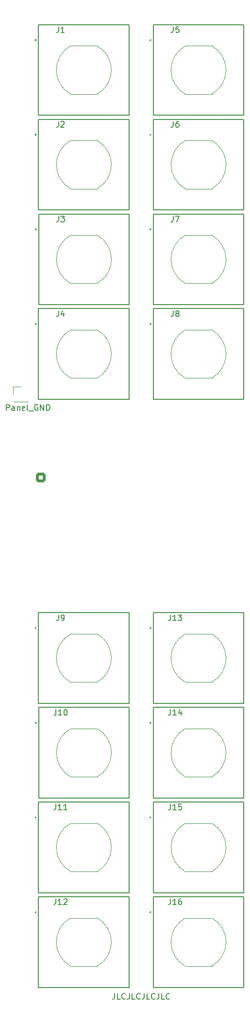
<source format=gto>
G04 #@! TF.GenerationSoftware,KiCad,Pcbnew,8.0.3*
G04 #@! TF.CreationDate,2024-06-29T17:49:17+02:00*
G04 #@! TF.ProjectId,DMH_Buffered_Mult_PCB,444d485f-4275-4666-9665-7265645f4d75,1*
G04 #@! TF.SameCoordinates,Original*
G04 #@! TF.FileFunction,Legend,Top*
G04 #@! TF.FilePolarity,Positive*
%FSLAX46Y46*%
G04 Gerber Fmt 4.6, Leading zero omitted, Abs format (unit mm)*
G04 Created by KiCad (PCBNEW 8.0.3) date 2024-06-29 17:49:17*
%MOMM*%
%LPD*%
G01*
G04 APERTURE LIST*
G04 Aperture macros list*
%AMRoundRect*
0 Rectangle with rounded corners*
0 $1 Rounding radius*
0 $2 $3 $4 $5 $6 $7 $8 $9 X,Y pos of 4 corners*
0 Add a 4 corners polygon primitive as box body*
4,1,4,$2,$3,$4,$5,$6,$7,$8,$9,$2,$3,0*
0 Add four circle primitives for the rounded corners*
1,1,$1+$1,$2,$3*
1,1,$1+$1,$4,$5*
1,1,$1+$1,$6,$7*
1,1,$1+$1,$8,$9*
0 Add four rect primitives between the rounded corners*
20,1,$1+$1,$2,$3,$4,$5,0*
20,1,$1+$1,$4,$5,$6,$7,0*
20,1,$1+$1,$6,$7,$8,$9,0*
20,1,$1+$1,$8,$9,$2,$3,0*%
%AMHorizOval*
0 Thick line with rounded ends*
0 $1 width*
0 $2 $3 position (X,Y) of the first rounded end (center of the circle)*
0 $4 $5 position (X,Y) of the second rounded end (center of the circle)*
0 Add line between two ends*
20,1,$1,$2,$3,$4,$5,0*
0 Add two circle primitives to create the rounded ends*
1,1,$1,$2,$3*
1,1,$1,$4,$5*%
G04 Aperture macros list end*
%ADD10C,0.150000*%
%ADD11C,0.127000*%
%ADD12C,0.100000*%
%ADD13C,0.200000*%
%ADD14C,0.120000*%
%ADD15HorizOval,1.712000X-0.533159X-0.533159X0.533159X0.533159X0*%
%ADD16O,1.712000X3.220000*%
%ADD17O,3.220000X1.712000*%
%ADD18R,1.700000X1.700000*%
%ADD19C,1.600000*%
%ADD20O,1.600000X1.600000*%
%ADD21RoundRect,0.250000X0.600000X0.600000X-0.600000X0.600000X-0.600000X-0.600000X0.600000X-0.600000X0*%
%ADD22C,1.700000*%
%ADD23R,1.600000X1.600000*%
%ADD24R,1.200000X1.200000*%
%ADD25C,1.200000*%
G04 APERTURE END LIST*
D10*
X45380951Y-209954819D02*
X45380951Y-210669104D01*
X45380951Y-210669104D02*
X45333332Y-210811961D01*
X45333332Y-210811961D02*
X45238094Y-210907200D01*
X45238094Y-210907200D02*
X45095237Y-210954819D01*
X45095237Y-210954819D02*
X44999999Y-210954819D01*
X46333332Y-210954819D02*
X45857142Y-210954819D01*
X45857142Y-210954819D02*
X45857142Y-209954819D01*
X47238094Y-210859580D02*
X47190475Y-210907200D01*
X47190475Y-210907200D02*
X47047618Y-210954819D01*
X47047618Y-210954819D02*
X46952380Y-210954819D01*
X46952380Y-210954819D02*
X46809523Y-210907200D01*
X46809523Y-210907200D02*
X46714285Y-210811961D01*
X46714285Y-210811961D02*
X46666666Y-210716723D01*
X46666666Y-210716723D02*
X46619047Y-210526247D01*
X46619047Y-210526247D02*
X46619047Y-210383390D01*
X46619047Y-210383390D02*
X46666666Y-210192914D01*
X46666666Y-210192914D02*
X46714285Y-210097676D01*
X46714285Y-210097676D02*
X46809523Y-210002438D01*
X46809523Y-210002438D02*
X46952380Y-209954819D01*
X46952380Y-209954819D02*
X47047618Y-209954819D01*
X47047618Y-209954819D02*
X47190475Y-210002438D01*
X47190475Y-210002438D02*
X47238094Y-210050057D01*
X47952380Y-209954819D02*
X47952380Y-210669104D01*
X47952380Y-210669104D02*
X47904761Y-210811961D01*
X47904761Y-210811961D02*
X47809523Y-210907200D01*
X47809523Y-210907200D02*
X47666666Y-210954819D01*
X47666666Y-210954819D02*
X47571428Y-210954819D01*
X48904761Y-210954819D02*
X48428571Y-210954819D01*
X48428571Y-210954819D02*
X48428571Y-209954819D01*
X49809523Y-210859580D02*
X49761904Y-210907200D01*
X49761904Y-210907200D02*
X49619047Y-210954819D01*
X49619047Y-210954819D02*
X49523809Y-210954819D01*
X49523809Y-210954819D02*
X49380952Y-210907200D01*
X49380952Y-210907200D02*
X49285714Y-210811961D01*
X49285714Y-210811961D02*
X49238095Y-210716723D01*
X49238095Y-210716723D02*
X49190476Y-210526247D01*
X49190476Y-210526247D02*
X49190476Y-210383390D01*
X49190476Y-210383390D02*
X49238095Y-210192914D01*
X49238095Y-210192914D02*
X49285714Y-210097676D01*
X49285714Y-210097676D02*
X49380952Y-210002438D01*
X49380952Y-210002438D02*
X49523809Y-209954819D01*
X49523809Y-209954819D02*
X49619047Y-209954819D01*
X49619047Y-209954819D02*
X49761904Y-210002438D01*
X49761904Y-210002438D02*
X49809523Y-210050057D01*
X50523809Y-209954819D02*
X50523809Y-210669104D01*
X50523809Y-210669104D02*
X50476190Y-210811961D01*
X50476190Y-210811961D02*
X50380952Y-210907200D01*
X50380952Y-210907200D02*
X50238095Y-210954819D01*
X50238095Y-210954819D02*
X50142857Y-210954819D01*
X51476190Y-210954819D02*
X51000000Y-210954819D01*
X51000000Y-210954819D02*
X51000000Y-209954819D01*
X52380952Y-210859580D02*
X52333333Y-210907200D01*
X52333333Y-210907200D02*
X52190476Y-210954819D01*
X52190476Y-210954819D02*
X52095238Y-210954819D01*
X52095238Y-210954819D02*
X51952381Y-210907200D01*
X51952381Y-210907200D02*
X51857143Y-210811961D01*
X51857143Y-210811961D02*
X51809524Y-210716723D01*
X51809524Y-210716723D02*
X51761905Y-210526247D01*
X51761905Y-210526247D02*
X51761905Y-210383390D01*
X51761905Y-210383390D02*
X51809524Y-210192914D01*
X51809524Y-210192914D02*
X51857143Y-210097676D01*
X51857143Y-210097676D02*
X51952381Y-210002438D01*
X51952381Y-210002438D02*
X52095238Y-209954819D01*
X52095238Y-209954819D02*
X52190476Y-209954819D01*
X52190476Y-209954819D02*
X52333333Y-210002438D01*
X52333333Y-210002438D02*
X52380952Y-210050057D01*
X53095238Y-209954819D02*
X53095238Y-210669104D01*
X53095238Y-210669104D02*
X53047619Y-210811961D01*
X53047619Y-210811961D02*
X52952381Y-210907200D01*
X52952381Y-210907200D02*
X52809524Y-210954819D01*
X52809524Y-210954819D02*
X52714286Y-210954819D01*
X54047619Y-210954819D02*
X53571429Y-210954819D01*
X53571429Y-210954819D02*
X53571429Y-209954819D01*
X54952381Y-210859580D02*
X54904762Y-210907200D01*
X54904762Y-210907200D02*
X54761905Y-210954819D01*
X54761905Y-210954819D02*
X54666667Y-210954819D01*
X54666667Y-210954819D02*
X54523810Y-210907200D01*
X54523810Y-210907200D02*
X54428572Y-210811961D01*
X54428572Y-210811961D02*
X54380953Y-210716723D01*
X54380953Y-210716723D02*
X54333334Y-210526247D01*
X54333334Y-210526247D02*
X54333334Y-210383390D01*
X54333334Y-210383390D02*
X54380953Y-210192914D01*
X54380953Y-210192914D02*
X54428572Y-210097676D01*
X54428572Y-210097676D02*
X54523810Y-210002438D01*
X54523810Y-210002438D02*
X54666667Y-209954819D01*
X54666667Y-209954819D02*
X54761905Y-209954819D01*
X54761905Y-209954819D02*
X54904762Y-210002438D01*
X54904762Y-210002438D02*
X54952381Y-210050057D01*
X35115476Y-176954819D02*
X35115476Y-177669104D01*
X35115476Y-177669104D02*
X35067857Y-177811961D01*
X35067857Y-177811961D02*
X34972619Y-177907200D01*
X34972619Y-177907200D02*
X34829762Y-177954819D01*
X34829762Y-177954819D02*
X34734524Y-177954819D01*
X36115476Y-177954819D02*
X35544048Y-177954819D01*
X35829762Y-177954819D02*
X35829762Y-176954819D01*
X35829762Y-176954819D02*
X35734524Y-177097676D01*
X35734524Y-177097676D02*
X35639286Y-177192914D01*
X35639286Y-177192914D02*
X35544048Y-177240533D01*
X37067857Y-177954819D02*
X36496429Y-177954819D01*
X36782143Y-177954819D02*
X36782143Y-176954819D01*
X36782143Y-176954819D02*
X36686905Y-177097676D01*
X36686905Y-177097676D02*
X36591667Y-177192914D01*
X36591667Y-177192914D02*
X36496429Y-177240533D01*
X55115476Y-160454819D02*
X55115476Y-161169104D01*
X55115476Y-161169104D02*
X55067857Y-161311961D01*
X55067857Y-161311961D02*
X54972619Y-161407200D01*
X54972619Y-161407200D02*
X54829762Y-161454819D01*
X54829762Y-161454819D02*
X54734524Y-161454819D01*
X56115476Y-161454819D02*
X55544048Y-161454819D01*
X55829762Y-161454819D02*
X55829762Y-160454819D01*
X55829762Y-160454819D02*
X55734524Y-160597676D01*
X55734524Y-160597676D02*
X55639286Y-160692914D01*
X55639286Y-160692914D02*
X55544048Y-160740533D01*
X56972619Y-160788152D02*
X56972619Y-161454819D01*
X56734524Y-160407200D02*
X56496429Y-161121485D01*
X56496429Y-161121485D02*
X57115476Y-161121485D01*
X55591666Y-74454819D02*
X55591666Y-75169104D01*
X55591666Y-75169104D02*
X55544047Y-75311961D01*
X55544047Y-75311961D02*
X55448809Y-75407200D01*
X55448809Y-75407200D02*
X55305952Y-75454819D01*
X55305952Y-75454819D02*
X55210714Y-75454819D01*
X55972619Y-74454819D02*
X56639285Y-74454819D01*
X56639285Y-74454819D02*
X56210714Y-75454819D01*
X55591666Y-90954819D02*
X55591666Y-91669104D01*
X55591666Y-91669104D02*
X55544047Y-91811961D01*
X55544047Y-91811961D02*
X55448809Y-91907200D01*
X55448809Y-91907200D02*
X55305952Y-91954819D01*
X55305952Y-91954819D02*
X55210714Y-91954819D01*
X56210714Y-91383390D02*
X56115476Y-91335771D01*
X56115476Y-91335771D02*
X56067857Y-91288152D01*
X56067857Y-91288152D02*
X56020238Y-91192914D01*
X56020238Y-91192914D02*
X56020238Y-91145295D01*
X56020238Y-91145295D02*
X56067857Y-91050057D01*
X56067857Y-91050057D02*
X56115476Y-91002438D01*
X56115476Y-91002438D02*
X56210714Y-90954819D01*
X56210714Y-90954819D02*
X56401190Y-90954819D01*
X56401190Y-90954819D02*
X56496428Y-91002438D01*
X56496428Y-91002438D02*
X56544047Y-91050057D01*
X56544047Y-91050057D02*
X56591666Y-91145295D01*
X56591666Y-91145295D02*
X56591666Y-91192914D01*
X56591666Y-91192914D02*
X56544047Y-91288152D01*
X56544047Y-91288152D02*
X56496428Y-91335771D01*
X56496428Y-91335771D02*
X56401190Y-91383390D01*
X56401190Y-91383390D02*
X56210714Y-91383390D01*
X56210714Y-91383390D02*
X56115476Y-91431009D01*
X56115476Y-91431009D02*
X56067857Y-91478628D01*
X56067857Y-91478628D02*
X56020238Y-91573866D01*
X56020238Y-91573866D02*
X56020238Y-91764342D01*
X56020238Y-91764342D02*
X56067857Y-91859580D01*
X56067857Y-91859580D02*
X56115476Y-91907200D01*
X56115476Y-91907200D02*
X56210714Y-91954819D01*
X56210714Y-91954819D02*
X56401190Y-91954819D01*
X56401190Y-91954819D02*
X56496428Y-91907200D01*
X56496428Y-91907200D02*
X56544047Y-91859580D01*
X56544047Y-91859580D02*
X56591666Y-91764342D01*
X56591666Y-91764342D02*
X56591666Y-91573866D01*
X56591666Y-91573866D02*
X56544047Y-91478628D01*
X56544047Y-91478628D02*
X56496428Y-91431009D01*
X56496428Y-91431009D02*
X56401190Y-91383390D01*
X55115476Y-176954819D02*
X55115476Y-177669104D01*
X55115476Y-177669104D02*
X55067857Y-177811961D01*
X55067857Y-177811961D02*
X54972619Y-177907200D01*
X54972619Y-177907200D02*
X54829762Y-177954819D01*
X54829762Y-177954819D02*
X54734524Y-177954819D01*
X56115476Y-177954819D02*
X55544048Y-177954819D01*
X55829762Y-177954819D02*
X55829762Y-176954819D01*
X55829762Y-176954819D02*
X55734524Y-177097676D01*
X55734524Y-177097676D02*
X55639286Y-177192914D01*
X55639286Y-177192914D02*
X55544048Y-177240533D01*
X57020238Y-176954819D02*
X56544048Y-176954819D01*
X56544048Y-176954819D02*
X56496429Y-177431009D01*
X56496429Y-177431009D02*
X56544048Y-177383390D01*
X56544048Y-177383390D02*
X56639286Y-177335771D01*
X56639286Y-177335771D02*
X56877381Y-177335771D01*
X56877381Y-177335771D02*
X56972619Y-177383390D01*
X56972619Y-177383390D02*
X57020238Y-177431009D01*
X57020238Y-177431009D02*
X57067857Y-177526247D01*
X57067857Y-177526247D02*
X57067857Y-177764342D01*
X57067857Y-177764342D02*
X57020238Y-177859580D01*
X57020238Y-177859580D02*
X56972619Y-177907200D01*
X56972619Y-177907200D02*
X56877381Y-177954819D01*
X56877381Y-177954819D02*
X56639286Y-177954819D01*
X56639286Y-177954819D02*
X56544048Y-177907200D01*
X56544048Y-177907200D02*
X56496429Y-177859580D01*
X55591666Y-41454819D02*
X55591666Y-42169104D01*
X55591666Y-42169104D02*
X55544047Y-42311961D01*
X55544047Y-42311961D02*
X55448809Y-42407200D01*
X55448809Y-42407200D02*
X55305952Y-42454819D01*
X55305952Y-42454819D02*
X55210714Y-42454819D01*
X56544047Y-41454819D02*
X56067857Y-41454819D01*
X56067857Y-41454819D02*
X56020238Y-41931009D01*
X56020238Y-41931009D02*
X56067857Y-41883390D01*
X56067857Y-41883390D02*
X56163095Y-41835771D01*
X56163095Y-41835771D02*
X56401190Y-41835771D01*
X56401190Y-41835771D02*
X56496428Y-41883390D01*
X56496428Y-41883390D02*
X56544047Y-41931009D01*
X56544047Y-41931009D02*
X56591666Y-42026247D01*
X56591666Y-42026247D02*
X56591666Y-42264342D01*
X56591666Y-42264342D02*
X56544047Y-42359580D01*
X56544047Y-42359580D02*
X56496428Y-42407200D01*
X56496428Y-42407200D02*
X56401190Y-42454819D01*
X56401190Y-42454819D02*
X56163095Y-42454819D01*
X56163095Y-42454819D02*
X56067857Y-42407200D01*
X56067857Y-42407200D02*
X56020238Y-42359580D01*
X55591666Y-57954819D02*
X55591666Y-58669104D01*
X55591666Y-58669104D02*
X55544047Y-58811961D01*
X55544047Y-58811961D02*
X55448809Y-58907200D01*
X55448809Y-58907200D02*
X55305952Y-58954819D01*
X55305952Y-58954819D02*
X55210714Y-58954819D01*
X56496428Y-57954819D02*
X56305952Y-57954819D01*
X56305952Y-57954819D02*
X56210714Y-58002438D01*
X56210714Y-58002438D02*
X56163095Y-58050057D01*
X56163095Y-58050057D02*
X56067857Y-58192914D01*
X56067857Y-58192914D02*
X56020238Y-58383390D01*
X56020238Y-58383390D02*
X56020238Y-58764342D01*
X56020238Y-58764342D02*
X56067857Y-58859580D01*
X56067857Y-58859580D02*
X56115476Y-58907200D01*
X56115476Y-58907200D02*
X56210714Y-58954819D01*
X56210714Y-58954819D02*
X56401190Y-58954819D01*
X56401190Y-58954819D02*
X56496428Y-58907200D01*
X56496428Y-58907200D02*
X56544047Y-58859580D01*
X56544047Y-58859580D02*
X56591666Y-58764342D01*
X56591666Y-58764342D02*
X56591666Y-58526247D01*
X56591666Y-58526247D02*
X56544047Y-58431009D01*
X56544047Y-58431009D02*
X56496428Y-58383390D01*
X56496428Y-58383390D02*
X56401190Y-58335771D01*
X56401190Y-58335771D02*
X56210714Y-58335771D01*
X56210714Y-58335771D02*
X56115476Y-58383390D01*
X56115476Y-58383390D02*
X56067857Y-58431009D01*
X56067857Y-58431009D02*
X56020238Y-58526247D01*
X35591666Y-57954819D02*
X35591666Y-58669104D01*
X35591666Y-58669104D02*
X35544047Y-58811961D01*
X35544047Y-58811961D02*
X35448809Y-58907200D01*
X35448809Y-58907200D02*
X35305952Y-58954819D01*
X35305952Y-58954819D02*
X35210714Y-58954819D01*
X36020238Y-58050057D02*
X36067857Y-58002438D01*
X36067857Y-58002438D02*
X36163095Y-57954819D01*
X36163095Y-57954819D02*
X36401190Y-57954819D01*
X36401190Y-57954819D02*
X36496428Y-58002438D01*
X36496428Y-58002438D02*
X36544047Y-58050057D01*
X36544047Y-58050057D02*
X36591666Y-58145295D01*
X36591666Y-58145295D02*
X36591666Y-58240533D01*
X36591666Y-58240533D02*
X36544047Y-58383390D01*
X36544047Y-58383390D02*
X35972619Y-58954819D01*
X35972619Y-58954819D02*
X36591666Y-58954819D01*
X35591666Y-90954819D02*
X35591666Y-91669104D01*
X35591666Y-91669104D02*
X35544047Y-91811961D01*
X35544047Y-91811961D02*
X35448809Y-91907200D01*
X35448809Y-91907200D02*
X35305952Y-91954819D01*
X35305952Y-91954819D02*
X35210714Y-91954819D01*
X36496428Y-91288152D02*
X36496428Y-91954819D01*
X36258333Y-90907200D02*
X36020238Y-91621485D01*
X36020238Y-91621485D02*
X36639285Y-91621485D01*
X35604166Y-74454819D02*
X35604166Y-75169104D01*
X35604166Y-75169104D02*
X35556547Y-75311961D01*
X35556547Y-75311961D02*
X35461309Y-75407200D01*
X35461309Y-75407200D02*
X35318452Y-75454819D01*
X35318452Y-75454819D02*
X35223214Y-75454819D01*
X35985119Y-74454819D02*
X36604166Y-74454819D01*
X36604166Y-74454819D02*
X36270833Y-74835771D01*
X36270833Y-74835771D02*
X36413690Y-74835771D01*
X36413690Y-74835771D02*
X36508928Y-74883390D01*
X36508928Y-74883390D02*
X36556547Y-74931009D01*
X36556547Y-74931009D02*
X36604166Y-75026247D01*
X36604166Y-75026247D02*
X36604166Y-75264342D01*
X36604166Y-75264342D02*
X36556547Y-75359580D01*
X36556547Y-75359580D02*
X36508928Y-75407200D01*
X36508928Y-75407200D02*
X36413690Y-75454819D01*
X36413690Y-75454819D02*
X36127976Y-75454819D01*
X36127976Y-75454819D02*
X36032738Y-75407200D01*
X36032738Y-75407200D02*
X35985119Y-75359580D01*
X55115476Y-143954819D02*
X55115476Y-144669104D01*
X55115476Y-144669104D02*
X55067857Y-144811961D01*
X55067857Y-144811961D02*
X54972619Y-144907200D01*
X54972619Y-144907200D02*
X54829762Y-144954819D01*
X54829762Y-144954819D02*
X54734524Y-144954819D01*
X56115476Y-144954819D02*
X55544048Y-144954819D01*
X55829762Y-144954819D02*
X55829762Y-143954819D01*
X55829762Y-143954819D02*
X55734524Y-144097676D01*
X55734524Y-144097676D02*
X55639286Y-144192914D01*
X55639286Y-144192914D02*
X55544048Y-144240533D01*
X56448810Y-143954819D02*
X57067857Y-143954819D01*
X57067857Y-143954819D02*
X56734524Y-144335771D01*
X56734524Y-144335771D02*
X56877381Y-144335771D01*
X56877381Y-144335771D02*
X56972619Y-144383390D01*
X56972619Y-144383390D02*
X57020238Y-144431009D01*
X57020238Y-144431009D02*
X57067857Y-144526247D01*
X57067857Y-144526247D02*
X57067857Y-144764342D01*
X57067857Y-144764342D02*
X57020238Y-144859580D01*
X57020238Y-144859580D02*
X56972619Y-144907200D01*
X56972619Y-144907200D02*
X56877381Y-144954819D01*
X56877381Y-144954819D02*
X56591667Y-144954819D01*
X56591667Y-144954819D02*
X56496429Y-144907200D01*
X56496429Y-144907200D02*
X56448810Y-144859580D01*
X26488095Y-108307645D02*
X26488095Y-107307645D01*
X26488095Y-107307645D02*
X26869047Y-107307645D01*
X26869047Y-107307645D02*
X26964285Y-107355264D01*
X26964285Y-107355264D02*
X27011904Y-107402883D01*
X27011904Y-107402883D02*
X27059523Y-107498121D01*
X27059523Y-107498121D02*
X27059523Y-107640978D01*
X27059523Y-107640978D02*
X27011904Y-107736216D01*
X27011904Y-107736216D02*
X26964285Y-107783835D01*
X26964285Y-107783835D02*
X26869047Y-107831454D01*
X26869047Y-107831454D02*
X26488095Y-107831454D01*
X27916666Y-108307645D02*
X27916666Y-107783835D01*
X27916666Y-107783835D02*
X27869047Y-107688597D01*
X27869047Y-107688597D02*
X27773809Y-107640978D01*
X27773809Y-107640978D02*
X27583333Y-107640978D01*
X27583333Y-107640978D02*
X27488095Y-107688597D01*
X27916666Y-108260026D02*
X27821428Y-108307645D01*
X27821428Y-108307645D02*
X27583333Y-108307645D01*
X27583333Y-108307645D02*
X27488095Y-108260026D01*
X27488095Y-108260026D02*
X27440476Y-108164787D01*
X27440476Y-108164787D02*
X27440476Y-108069549D01*
X27440476Y-108069549D02*
X27488095Y-107974311D01*
X27488095Y-107974311D02*
X27583333Y-107926692D01*
X27583333Y-107926692D02*
X27821428Y-107926692D01*
X27821428Y-107926692D02*
X27916666Y-107879073D01*
X28392857Y-107640978D02*
X28392857Y-108307645D01*
X28392857Y-107736216D02*
X28440476Y-107688597D01*
X28440476Y-107688597D02*
X28535714Y-107640978D01*
X28535714Y-107640978D02*
X28678571Y-107640978D01*
X28678571Y-107640978D02*
X28773809Y-107688597D01*
X28773809Y-107688597D02*
X28821428Y-107783835D01*
X28821428Y-107783835D02*
X28821428Y-108307645D01*
X29678571Y-108260026D02*
X29583333Y-108307645D01*
X29583333Y-108307645D02*
X29392857Y-108307645D01*
X29392857Y-108307645D02*
X29297619Y-108260026D01*
X29297619Y-108260026D02*
X29250000Y-108164787D01*
X29250000Y-108164787D02*
X29250000Y-107783835D01*
X29250000Y-107783835D02*
X29297619Y-107688597D01*
X29297619Y-107688597D02*
X29392857Y-107640978D01*
X29392857Y-107640978D02*
X29583333Y-107640978D01*
X29583333Y-107640978D02*
X29678571Y-107688597D01*
X29678571Y-107688597D02*
X29726190Y-107783835D01*
X29726190Y-107783835D02*
X29726190Y-107879073D01*
X29726190Y-107879073D02*
X29250000Y-107974311D01*
X30297619Y-108307645D02*
X30202381Y-108260026D01*
X30202381Y-108260026D02*
X30154762Y-108164787D01*
X30154762Y-108164787D02*
X30154762Y-107307645D01*
X30440477Y-108402883D02*
X31202381Y-108402883D01*
X31964286Y-107355264D02*
X31869048Y-107307645D01*
X31869048Y-107307645D02*
X31726191Y-107307645D01*
X31726191Y-107307645D02*
X31583334Y-107355264D01*
X31583334Y-107355264D02*
X31488096Y-107450502D01*
X31488096Y-107450502D02*
X31440477Y-107545740D01*
X31440477Y-107545740D02*
X31392858Y-107736216D01*
X31392858Y-107736216D02*
X31392858Y-107879073D01*
X31392858Y-107879073D02*
X31440477Y-108069549D01*
X31440477Y-108069549D02*
X31488096Y-108164787D01*
X31488096Y-108164787D02*
X31583334Y-108260026D01*
X31583334Y-108260026D02*
X31726191Y-108307645D01*
X31726191Y-108307645D02*
X31821429Y-108307645D01*
X31821429Y-108307645D02*
X31964286Y-108260026D01*
X31964286Y-108260026D02*
X32011905Y-108212406D01*
X32011905Y-108212406D02*
X32011905Y-107879073D01*
X32011905Y-107879073D02*
X31821429Y-107879073D01*
X32440477Y-108307645D02*
X32440477Y-107307645D01*
X32440477Y-107307645D02*
X33011905Y-108307645D01*
X33011905Y-108307645D02*
X33011905Y-107307645D01*
X33488096Y-108307645D02*
X33488096Y-107307645D01*
X33488096Y-107307645D02*
X33726191Y-107307645D01*
X33726191Y-107307645D02*
X33869048Y-107355264D01*
X33869048Y-107355264D02*
X33964286Y-107450502D01*
X33964286Y-107450502D02*
X34011905Y-107545740D01*
X34011905Y-107545740D02*
X34059524Y-107736216D01*
X34059524Y-107736216D02*
X34059524Y-107879073D01*
X34059524Y-107879073D02*
X34011905Y-108069549D01*
X34011905Y-108069549D02*
X33964286Y-108164787D01*
X33964286Y-108164787D02*
X33869048Y-108260026D01*
X33869048Y-108260026D02*
X33726191Y-108307645D01*
X33726191Y-108307645D02*
X33488096Y-108307645D01*
X55115476Y-193454819D02*
X55115476Y-194169104D01*
X55115476Y-194169104D02*
X55067857Y-194311961D01*
X55067857Y-194311961D02*
X54972619Y-194407200D01*
X54972619Y-194407200D02*
X54829762Y-194454819D01*
X54829762Y-194454819D02*
X54734524Y-194454819D01*
X56115476Y-194454819D02*
X55544048Y-194454819D01*
X55829762Y-194454819D02*
X55829762Y-193454819D01*
X55829762Y-193454819D02*
X55734524Y-193597676D01*
X55734524Y-193597676D02*
X55639286Y-193692914D01*
X55639286Y-193692914D02*
X55544048Y-193740533D01*
X56972619Y-193454819D02*
X56782143Y-193454819D01*
X56782143Y-193454819D02*
X56686905Y-193502438D01*
X56686905Y-193502438D02*
X56639286Y-193550057D01*
X56639286Y-193550057D02*
X56544048Y-193692914D01*
X56544048Y-193692914D02*
X56496429Y-193883390D01*
X56496429Y-193883390D02*
X56496429Y-194264342D01*
X56496429Y-194264342D02*
X56544048Y-194359580D01*
X56544048Y-194359580D02*
X56591667Y-194407200D01*
X56591667Y-194407200D02*
X56686905Y-194454819D01*
X56686905Y-194454819D02*
X56877381Y-194454819D01*
X56877381Y-194454819D02*
X56972619Y-194407200D01*
X56972619Y-194407200D02*
X57020238Y-194359580D01*
X57020238Y-194359580D02*
X57067857Y-194264342D01*
X57067857Y-194264342D02*
X57067857Y-194026247D01*
X57067857Y-194026247D02*
X57020238Y-193931009D01*
X57020238Y-193931009D02*
X56972619Y-193883390D01*
X56972619Y-193883390D02*
X56877381Y-193835771D01*
X56877381Y-193835771D02*
X56686905Y-193835771D01*
X56686905Y-193835771D02*
X56591667Y-193883390D01*
X56591667Y-193883390D02*
X56544048Y-193931009D01*
X56544048Y-193931009D02*
X56496429Y-194026247D01*
X35127976Y-160454819D02*
X35127976Y-161169104D01*
X35127976Y-161169104D02*
X35080357Y-161311961D01*
X35080357Y-161311961D02*
X34985119Y-161407200D01*
X34985119Y-161407200D02*
X34842262Y-161454819D01*
X34842262Y-161454819D02*
X34747024Y-161454819D01*
X36127976Y-161454819D02*
X35556548Y-161454819D01*
X35842262Y-161454819D02*
X35842262Y-160454819D01*
X35842262Y-160454819D02*
X35747024Y-160597676D01*
X35747024Y-160597676D02*
X35651786Y-160692914D01*
X35651786Y-160692914D02*
X35556548Y-160740533D01*
X36747024Y-160454819D02*
X36842262Y-160454819D01*
X36842262Y-160454819D02*
X36937500Y-160502438D01*
X36937500Y-160502438D02*
X36985119Y-160550057D01*
X36985119Y-160550057D02*
X37032738Y-160645295D01*
X37032738Y-160645295D02*
X37080357Y-160835771D01*
X37080357Y-160835771D02*
X37080357Y-161073866D01*
X37080357Y-161073866D02*
X37032738Y-161264342D01*
X37032738Y-161264342D02*
X36985119Y-161359580D01*
X36985119Y-161359580D02*
X36937500Y-161407200D01*
X36937500Y-161407200D02*
X36842262Y-161454819D01*
X36842262Y-161454819D02*
X36747024Y-161454819D01*
X36747024Y-161454819D02*
X36651786Y-161407200D01*
X36651786Y-161407200D02*
X36604167Y-161359580D01*
X36604167Y-161359580D02*
X36556548Y-161264342D01*
X36556548Y-161264342D02*
X36508929Y-161073866D01*
X36508929Y-161073866D02*
X36508929Y-160835771D01*
X36508929Y-160835771D02*
X36556548Y-160645295D01*
X36556548Y-160645295D02*
X36604167Y-160550057D01*
X36604167Y-160550057D02*
X36651786Y-160502438D01*
X36651786Y-160502438D02*
X36747024Y-160454819D01*
X35591666Y-143954819D02*
X35591666Y-144669104D01*
X35591666Y-144669104D02*
X35544047Y-144811961D01*
X35544047Y-144811961D02*
X35448809Y-144907200D01*
X35448809Y-144907200D02*
X35305952Y-144954819D01*
X35305952Y-144954819D02*
X35210714Y-144954819D01*
X36115476Y-144954819D02*
X36305952Y-144954819D01*
X36305952Y-144954819D02*
X36401190Y-144907200D01*
X36401190Y-144907200D02*
X36448809Y-144859580D01*
X36448809Y-144859580D02*
X36544047Y-144716723D01*
X36544047Y-144716723D02*
X36591666Y-144526247D01*
X36591666Y-144526247D02*
X36591666Y-144145295D01*
X36591666Y-144145295D02*
X36544047Y-144050057D01*
X36544047Y-144050057D02*
X36496428Y-144002438D01*
X36496428Y-144002438D02*
X36401190Y-143954819D01*
X36401190Y-143954819D02*
X36210714Y-143954819D01*
X36210714Y-143954819D02*
X36115476Y-144002438D01*
X36115476Y-144002438D02*
X36067857Y-144050057D01*
X36067857Y-144050057D02*
X36020238Y-144145295D01*
X36020238Y-144145295D02*
X36020238Y-144383390D01*
X36020238Y-144383390D02*
X36067857Y-144478628D01*
X36067857Y-144478628D02*
X36115476Y-144526247D01*
X36115476Y-144526247D02*
X36210714Y-144573866D01*
X36210714Y-144573866D02*
X36401190Y-144573866D01*
X36401190Y-144573866D02*
X36496428Y-144526247D01*
X36496428Y-144526247D02*
X36544047Y-144478628D01*
X36544047Y-144478628D02*
X36591666Y-144383390D01*
X35115476Y-193454819D02*
X35115476Y-194169104D01*
X35115476Y-194169104D02*
X35067857Y-194311961D01*
X35067857Y-194311961D02*
X34972619Y-194407200D01*
X34972619Y-194407200D02*
X34829762Y-194454819D01*
X34829762Y-194454819D02*
X34734524Y-194454819D01*
X36115476Y-194454819D02*
X35544048Y-194454819D01*
X35829762Y-194454819D02*
X35829762Y-193454819D01*
X35829762Y-193454819D02*
X35734524Y-193597676D01*
X35734524Y-193597676D02*
X35639286Y-193692914D01*
X35639286Y-193692914D02*
X35544048Y-193740533D01*
X36496429Y-193550057D02*
X36544048Y-193502438D01*
X36544048Y-193502438D02*
X36639286Y-193454819D01*
X36639286Y-193454819D02*
X36877381Y-193454819D01*
X36877381Y-193454819D02*
X36972619Y-193502438D01*
X36972619Y-193502438D02*
X37020238Y-193550057D01*
X37020238Y-193550057D02*
X37067857Y-193645295D01*
X37067857Y-193645295D02*
X37067857Y-193740533D01*
X37067857Y-193740533D02*
X37020238Y-193883390D01*
X37020238Y-193883390D02*
X36448810Y-194454819D01*
X36448810Y-194454819D02*
X37067857Y-194454819D01*
X35591666Y-41454819D02*
X35591666Y-42169104D01*
X35591666Y-42169104D02*
X35544047Y-42311961D01*
X35544047Y-42311961D02*
X35448809Y-42407200D01*
X35448809Y-42407200D02*
X35305952Y-42454819D01*
X35305952Y-42454819D02*
X35210714Y-42454819D01*
X36591666Y-42454819D02*
X36020238Y-42454819D01*
X36305952Y-42454819D02*
X36305952Y-41454819D01*
X36305952Y-41454819D02*
X36210714Y-41597676D01*
X36210714Y-41597676D02*
X36115476Y-41692914D01*
X36115476Y-41692914D02*
X36020238Y-41740533D01*
D11*
X32100000Y-176600000D02*
X32100000Y-192400000D01*
X32100000Y-176600000D02*
X47900000Y-176600000D01*
D12*
X40000000Y-180300000D02*
X37650000Y-180300000D01*
X40000000Y-180300000D02*
X42350000Y-180300000D01*
X40000000Y-188700000D02*
X37650000Y-188700000D01*
X40000000Y-188700000D02*
X42350000Y-188700000D01*
D11*
X47900000Y-176600000D02*
X47900000Y-192400000D01*
X47900000Y-192400000D02*
X32100000Y-192400000D01*
D12*
X35200000Y-184500000D02*
G75*
G02*
X37656222Y-180311121I4800000J0D01*
G01*
X37656222Y-188688879D02*
G75*
G02*
X35200000Y-184500000I2343778J4188879D01*
G01*
X42343778Y-180311121D02*
G75*
G02*
X44800000Y-184500000I-2343781J-4188881D01*
G01*
X44800000Y-184500000D02*
G75*
G02*
X42343778Y-188688879I-4800003J2D01*
G01*
D13*
X31700000Y-179300000D02*
G75*
G02*
X31500000Y-179300000I-100000J0D01*
G01*
X31500000Y-179300000D02*
G75*
G02*
X31700000Y-179300000I100000J0D01*
G01*
D11*
X52100000Y-160100000D02*
X52100000Y-175900000D01*
X52100000Y-160100000D02*
X67900000Y-160100000D01*
D12*
X60000000Y-163800000D02*
X57650000Y-163800000D01*
X60000000Y-163800000D02*
X62350000Y-163800000D01*
X60000000Y-172200000D02*
X57650000Y-172200000D01*
X60000000Y-172200000D02*
X62350000Y-172200000D01*
D11*
X67900000Y-160100000D02*
X67900000Y-175900000D01*
X67900000Y-175900000D02*
X52100000Y-175900000D01*
D12*
X55200000Y-168000000D02*
G75*
G02*
X57656222Y-163811121I4800000J0D01*
G01*
X57656222Y-172188879D02*
G75*
G02*
X55200000Y-168000000I2343778J4188879D01*
G01*
X62343778Y-163811121D02*
G75*
G02*
X64800000Y-168000000I-2343781J-4188881D01*
G01*
X64800000Y-168000000D02*
G75*
G02*
X62343778Y-172188879I-4800003J2D01*
G01*
D13*
X51700000Y-162800000D02*
G75*
G02*
X51500000Y-162800000I-100000J0D01*
G01*
X51500000Y-162800000D02*
G75*
G02*
X51700000Y-162800000I100000J0D01*
G01*
D11*
X52100000Y-74100000D02*
X52100000Y-89900000D01*
X52100000Y-74100000D02*
X67900000Y-74100000D01*
D12*
X60000000Y-77800000D02*
X57650000Y-77800000D01*
X60000000Y-77800000D02*
X62350000Y-77800000D01*
X60000000Y-86200000D02*
X57650000Y-86200000D01*
X60000000Y-86200000D02*
X62350000Y-86200000D01*
D11*
X67900000Y-74100000D02*
X67900000Y-89900000D01*
X67900000Y-89900000D02*
X52100000Y-89900000D01*
D12*
X55200000Y-82000000D02*
G75*
G02*
X57656222Y-77811121I4800000J0D01*
G01*
X57656222Y-86188879D02*
G75*
G02*
X55200000Y-82000000I2343778J4188879D01*
G01*
X62343778Y-77811121D02*
G75*
G02*
X64800000Y-82000000I-2343781J-4188881D01*
G01*
X64800000Y-82000000D02*
G75*
G02*
X62343778Y-86188879I-4800003J2D01*
G01*
D13*
X51700000Y-76800000D02*
G75*
G02*
X51500000Y-76800000I-100000J0D01*
G01*
X51500000Y-76800000D02*
G75*
G02*
X51700000Y-76800000I100000J0D01*
G01*
D11*
X52100000Y-90600000D02*
X52100000Y-106400000D01*
X52100000Y-90600000D02*
X67900000Y-90600000D01*
D12*
X60000000Y-94300000D02*
X57650000Y-94300000D01*
X60000000Y-94300000D02*
X62350000Y-94300000D01*
X60000000Y-102700000D02*
X57650000Y-102700000D01*
X60000000Y-102700000D02*
X62350000Y-102700000D01*
D11*
X67900000Y-90600000D02*
X67900000Y-106400000D01*
X67900000Y-106400000D02*
X52100000Y-106400000D01*
D12*
X55200000Y-98500000D02*
G75*
G02*
X57656222Y-94311121I4800000J0D01*
G01*
X57656222Y-102688879D02*
G75*
G02*
X55200000Y-98500000I2343778J4188879D01*
G01*
X62343778Y-94311121D02*
G75*
G02*
X64800000Y-98500000I-2343781J-4188881D01*
G01*
X64800000Y-98500000D02*
G75*
G02*
X62343778Y-102688879I-4800003J2D01*
G01*
D13*
X51700000Y-93300000D02*
G75*
G02*
X51500000Y-93300000I-100000J0D01*
G01*
X51500000Y-93300000D02*
G75*
G02*
X51700000Y-93300000I100000J0D01*
G01*
D11*
X52100000Y-176600000D02*
X52100000Y-192400000D01*
X52100000Y-176600000D02*
X67900000Y-176600000D01*
D12*
X60000000Y-180300000D02*
X57650000Y-180300000D01*
X60000000Y-180300000D02*
X62350000Y-180300000D01*
X60000000Y-188700000D02*
X57650000Y-188700000D01*
X60000000Y-188700000D02*
X62350000Y-188700000D01*
D11*
X67900000Y-176600000D02*
X67900000Y-192400000D01*
X67900000Y-192400000D02*
X52100000Y-192400000D01*
D12*
X55200000Y-184500000D02*
G75*
G02*
X57656222Y-180311121I4800000J0D01*
G01*
X57656222Y-188688879D02*
G75*
G02*
X55200000Y-184500000I2343778J4188879D01*
G01*
X62343778Y-180311121D02*
G75*
G02*
X64800000Y-184500000I-2343781J-4188881D01*
G01*
X64800000Y-184500000D02*
G75*
G02*
X62343778Y-188688879I-4800003J2D01*
G01*
D13*
X51700000Y-179300000D02*
G75*
G02*
X51500000Y-179300000I-100000J0D01*
G01*
X51500000Y-179300000D02*
G75*
G02*
X51700000Y-179300000I100000J0D01*
G01*
D11*
X52100000Y-41100000D02*
X52100000Y-56900000D01*
X52100000Y-41100000D02*
X67900000Y-41100000D01*
D12*
X60000000Y-44800000D02*
X57650000Y-44800000D01*
X60000000Y-44800000D02*
X62350000Y-44800000D01*
X60000000Y-53200000D02*
X57650000Y-53200000D01*
X60000000Y-53200000D02*
X62350000Y-53200000D01*
D11*
X67900000Y-41100000D02*
X67900000Y-56900000D01*
X67900000Y-56900000D02*
X52100000Y-56900000D01*
D12*
X55200000Y-49000000D02*
G75*
G02*
X57656222Y-44811121I4800000J0D01*
G01*
X57656222Y-53188879D02*
G75*
G02*
X55200000Y-49000000I2343778J4188879D01*
G01*
X62343778Y-44811121D02*
G75*
G02*
X64800000Y-49000000I-2343781J-4188881D01*
G01*
X64800000Y-49000000D02*
G75*
G02*
X62343778Y-53188879I-4800003J2D01*
G01*
D13*
X51700000Y-43800000D02*
G75*
G02*
X51500000Y-43800000I-100000J0D01*
G01*
X51500000Y-43800000D02*
G75*
G02*
X51700000Y-43800000I100000J0D01*
G01*
D11*
X52100000Y-57600000D02*
X52100000Y-73400000D01*
X52100000Y-57600000D02*
X67900000Y-57600000D01*
D12*
X60000000Y-61300000D02*
X57650000Y-61300000D01*
X60000000Y-61300000D02*
X62350000Y-61300000D01*
X60000000Y-69700000D02*
X57650000Y-69700000D01*
X60000000Y-69700000D02*
X62350000Y-69700000D01*
D11*
X67900000Y-57600000D02*
X67900000Y-73400000D01*
X67900000Y-73400000D02*
X52100000Y-73400000D01*
D12*
X55200000Y-65500000D02*
G75*
G02*
X57656222Y-61311121I4800000J0D01*
G01*
X57656222Y-69688879D02*
G75*
G02*
X55200000Y-65500000I2343778J4188879D01*
G01*
X62343778Y-61311121D02*
G75*
G02*
X64800000Y-65500000I-2343781J-4188881D01*
G01*
X64800000Y-65500000D02*
G75*
G02*
X62343778Y-69688879I-4800003J2D01*
G01*
D13*
X51700000Y-60300000D02*
G75*
G02*
X51500000Y-60300000I-100000J0D01*
G01*
X51500000Y-60300000D02*
G75*
G02*
X51700000Y-60300000I100000J0D01*
G01*
D11*
X32100000Y-57600000D02*
X32100000Y-73400000D01*
X32100000Y-57600000D02*
X47900000Y-57600000D01*
D12*
X40000000Y-61300000D02*
X37650000Y-61300000D01*
X40000000Y-61300000D02*
X42350000Y-61300000D01*
X40000000Y-69700000D02*
X37650000Y-69700000D01*
X40000000Y-69700000D02*
X42350000Y-69700000D01*
D11*
X47900000Y-57600000D02*
X47900000Y-73400000D01*
X47900000Y-73400000D02*
X32100000Y-73400000D01*
D12*
X35200000Y-65500000D02*
G75*
G02*
X37656222Y-61311121I4800000J0D01*
G01*
X37656222Y-69688879D02*
G75*
G02*
X35200000Y-65500000I2343778J4188879D01*
G01*
X42343778Y-61311121D02*
G75*
G02*
X44800000Y-65500000I-2343781J-4188881D01*
G01*
X44800000Y-65500000D02*
G75*
G02*
X42343778Y-69688879I-4800003J2D01*
G01*
D13*
X31700000Y-60300000D02*
G75*
G02*
X31500000Y-60300000I-100000J0D01*
G01*
X31500000Y-60300000D02*
G75*
G02*
X31700000Y-60300000I100000J0D01*
G01*
D11*
X32100000Y-90600000D02*
X32100000Y-106400000D01*
X32100000Y-90600000D02*
X47900000Y-90600000D01*
D12*
X40000000Y-94300000D02*
X37650000Y-94300000D01*
X40000000Y-94300000D02*
X42350000Y-94300000D01*
X40000000Y-102700000D02*
X37650000Y-102700000D01*
X40000000Y-102700000D02*
X42350000Y-102700000D01*
D11*
X47900000Y-90600000D02*
X47900000Y-106400000D01*
X47900000Y-106400000D02*
X32100000Y-106400000D01*
D12*
X35200000Y-98500000D02*
G75*
G02*
X37656222Y-94311121I4800000J0D01*
G01*
X37656222Y-102688879D02*
G75*
G02*
X35200000Y-98500000I2343778J4188879D01*
G01*
X42343778Y-94311121D02*
G75*
G02*
X44800000Y-98500000I-2343781J-4188881D01*
G01*
X44800000Y-98500000D02*
G75*
G02*
X42343778Y-102688879I-4800003J2D01*
G01*
D13*
X31700000Y-93300000D02*
G75*
G02*
X31500000Y-93300000I-100000J0D01*
G01*
X31500000Y-93300000D02*
G75*
G02*
X31700000Y-93300000I100000J0D01*
G01*
D11*
X32112500Y-74100000D02*
X32112500Y-89900000D01*
X32112500Y-74100000D02*
X47912500Y-74100000D01*
D12*
X40012500Y-77800000D02*
X37662500Y-77800000D01*
X40012500Y-77800000D02*
X42362500Y-77800000D01*
X40012500Y-86200000D02*
X37662500Y-86200000D01*
X40012500Y-86200000D02*
X42362500Y-86200000D01*
D11*
X47912500Y-74100000D02*
X47912500Y-89900000D01*
X47912500Y-89900000D02*
X32112500Y-89900000D01*
D12*
X35212500Y-82000000D02*
G75*
G02*
X37668722Y-77811121I4800000J0D01*
G01*
X37668722Y-86188879D02*
G75*
G02*
X35212500Y-82000000I2343778J4188879D01*
G01*
X42356278Y-77811121D02*
G75*
G02*
X44812500Y-82000000I-2343781J-4188881D01*
G01*
X44812500Y-82000000D02*
G75*
G02*
X42356278Y-86188879I-4800003J2D01*
G01*
D13*
X31712500Y-76800000D02*
G75*
G02*
X31512500Y-76800000I-100000J0D01*
G01*
X31512500Y-76800000D02*
G75*
G02*
X31712500Y-76800000I100000J0D01*
G01*
D11*
X52100000Y-143600000D02*
X52100000Y-159400000D01*
X52100000Y-143600000D02*
X67900000Y-143600000D01*
D12*
X60000000Y-147300000D02*
X57650000Y-147300000D01*
X60000000Y-147300000D02*
X62350000Y-147300000D01*
X60000000Y-155700000D02*
X57650000Y-155700000D01*
X60000000Y-155700000D02*
X62350000Y-155700000D01*
D11*
X67900000Y-143600000D02*
X67900000Y-159400000D01*
X67900000Y-159400000D02*
X52100000Y-159400000D01*
D12*
X55200000Y-151500000D02*
G75*
G02*
X57656222Y-147311121I4800000J0D01*
G01*
X57656222Y-155688879D02*
G75*
G02*
X55200000Y-151500000I2343778J4188879D01*
G01*
X62343778Y-147311121D02*
G75*
G02*
X64800000Y-151500000I-2343781J-4188881D01*
G01*
X64800000Y-151500000D02*
G75*
G02*
X62343778Y-155688879I-4800003J2D01*
G01*
D13*
X51700000Y-146300000D02*
G75*
G02*
X51500000Y-146300000I-100000J0D01*
G01*
X51500000Y-146300000D02*
G75*
G02*
X51700000Y-146300000I100000J0D01*
G01*
D14*
X27692826Y-104192826D02*
X29022826Y-104192826D01*
X27692826Y-105522826D02*
X27692826Y-104192826D01*
X27692826Y-106792826D02*
X27692826Y-106852826D01*
X27692826Y-106792826D02*
X30352826Y-106792826D01*
X27692826Y-106852826D02*
X30352826Y-106852826D01*
X30352826Y-106792826D02*
X30352826Y-106852826D01*
D11*
X52100000Y-193100000D02*
X52100000Y-208900000D01*
X52100000Y-193100000D02*
X67900000Y-193100000D01*
D12*
X60000000Y-196800000D02*
X57650000Y-196800000D01*
X60000000Y-196800000D02*
X62350000Y-196800000D01*
X60000000Y-205200000D02*
X57650000Y-205200000D01*
X60000000Y-205200000D02*
X62350000Y-205200000D01*
D11*
X67900000Y-193100000D02*
X67900000Y-208900000D01*
X67900000Y-208900000D02*
X52100000Y-208900000D01*
D12*
X55200000Y-201000000D02*
G75*
G02*
X57656222Y-196811121I4800000J0D01*
G01*
X57656222Y-205188879D02*
G75*
G02*
X55200000Y-201000000I2343778J4188879D01*
G01*
X62343778Y-196811121D02*
G75*
G02*
X64800000Y-201000000I-2343781J-4188881D01*
G01*
X64800000Y-201000000D02*
G75*
G02*
X62343778Y-205188879I-4800003J2D01*
G01*
D13*
X51700000Y-195800000D02*
G75*
G02*
X51500000Y-195800000I-100000J0D01*
G01*
X51500000Y-195800000D02*
G75*
G02*
X51700000Y-195800000I100000J0D01*
G01*
D11*
X32112500Y-160100000D02*
X32112500Y-175900000D01*
X32112500Y-160100000D02*
X47912500Y-160100000D01*
D12*
X40012500Y-163800000D02*
X37662500Y-163800000D01*
X40012500Y-163800000D02*
X42362500Y-163800000D01*
X40012500Y-172200000D02*
X37662500Y-172200000D01*
X40012500Y-172200000D02*
X42362500Y-172200000D01*
D11*
X47912500Y-160100000D02*
X47912500Y-175900000D01*
X47912500Y-175900000D02*
X32112500Y-175900000D01*
D12*
X35212500Y-168000000D02*
G75*
G02*
X37668722Y-163811121I4800000J0D01*
G01*
X37668722Y-172188879D02*
G75*
G02*
X35212500Y-168000000I2343778J4188879D01*
G01*
X42356278Y-163811121D02*
G75*
G02*
X44812500Y-168000000I-2343781J-4188881D01*
G01*
X44812500Y-168000000D02*
G75*
G02*
X42356278Y-172188879I-4800003J2D01*
G01*
D13*
X31712500Y-162800000D02*
G75*
G02*
X31512500Y-162800000I-100000J0D01*
G01*
X31512500Y-162800000D02*
G75*
G02*
X31712500Y-162800000I100000J0D01*
G01*
D11*
X32100000Y-143600000D02*
X32100000Y-159400000D01*
X32100000Y-143600000D02*
X47900000Y-143600000D01*
D12*
X40000000Y-147300000D02*
X37650000Y-147300000D01*
X40000000Y-147300000D02*
X42350000Y-147300000D01*
X40000000Y-155700000D02*
X37650000Y-155700000D01*
X40000000Y-155700000D02*
X42350000Y-155700000D01*
D11*
X47900000Y-143600000D02*
X47900000Y-159400000D01*
X47900000Y-159400000D02*
X32100000Y-159400000D01*
D12*
X35200000Y-151500000D02*
G75*
G02*
X37656222Y-147311121I4800000J0D01*
G01*
X37656222Y-155688879D02*
G75*
G02*
X35200000Y-151500000I2343778J4188879D01*
G01*
X42343778Y-147311121D02*
G75*
G02*
X44800000Y-151500000I-2343781J-4188881D01*
G01*
X44800000Y-151500000D02*
G75*
G02*
X42343778Y-155688879I-4800003J2D01*
G01*
D13*
X31700000Y-146300000D02*
G75*
G02*
X31500000Y-146300000I-100000J0D01*
G01*
X31500000Y-146300000D02*
G75*
G02*
X31700000Y-146300000I100000J0D01*
G01*
D11*
X32100000Y-193100000D02*
X32100000Y-208900000D01*
X32100000Y-193100000D02*
X47900000Y-193100000D01*
D12*
X40000000Y-196800000D02*
X37650000Y-196800000D01*
X40000000Y-196800000D02*
X42350000Y-196800000D01*
X40000000Y-205200000D02*
X37650000Y-205200000D01*
X40000000Y-205200000D02*
X42350000Y-205200000D01*
D11*
X47900000Y-193100000D02*
X47900000Y-208900000D01*
X47900000Y-208900000D02*
X32100000Y-208900000D01*
D12*
X35200000Y-201000000D02*
G75*
G02*
X37656222Y-196811121I4800000J0D01*
G01*
X37656222Y-205188879D02*
G75*
G02*
X35200000Y-201000000I2343778J4188879D01*
G01*
X42343778Y-196811121D02*
G75*
G02*
X44800000Y-201000000I-2343781J-4188881D01*
G01*
X44800000Y-201000000D02*
G75*
G02*
X42343778Y-205188879I-4800003J2D01*
G01*
D13*
X31700000Y-195800000D02*
G75*
G02*
X31500000Y-195800000I-100000J0D01*
G01*
X31500000Y-195800000D02*
G75*
G02*
X31700000Y-195800000I100000J0D01*
G01*
D11*
X32100000Y-41100000D02*
X32100000Y-56900000D01*
X32100000Y-41100000D02*
X47900000Y-41100000D01*
D12*
X40000000Y-44800000D02*
X37650000Y-44800000D01*
X40000000Y-44800000D02*
X42350000Y-44800000D01*
X40000000Y-53200000D02*
X37650000Y-53200000D01*
X40000000Y-53200000D02*
X42350000Y-53200000D01*
D11*
X47900000Y-41100000D02*
X47900000Y-56900000D01*
X47900000Y-56900000D02*
X32100000Y-56900000D01*
D12*
X35200000Y-49000000D02*
G75*
G02*
X37656222Y-44811121I4800000J0D01*
G01*
X37656222Y-53188879D02*
G75*
G02*
X35200000Y-49000000I2343778J4188879D01*
G01*
X42343778Y-44811121D02*
G75*
G02*
X44800000Y-49000000I-2343781J-4188881D01*
G01*
X44800000Y-49000000D02*
G75*
G02*
X42343778Y-53188879I-4800003J2D01*
G01*
D13*
X31700000Y-43800000D02*
G75*
G02*
X31500000Y-43800000I-100000J0D01*
G01*
X31500000Y-43800000D02*
G75*
G02*
X31700000Y-43800000I100000J0D01*
G01*
%LPC*%
D15*
X35403810Y-179903810D03*
D16*
X46500000Y-184000000D03*
D17*
X42500000Y-178000000D03*
D15*
X55403810Y-163403810D03*
D16*
X66500000Y-167500000D03*
D17*
X62500000Y-161500000D03*
D15*
X55403810Y-77403810D03*
D16*
X66500000Y-81500000D03*
D17*
X62500000Y-75500000D03*
D15*
X55403810Y-93903810D03*
D16*
X66500000Y-98000000D03*
D17*
X62500000Y-92000000D03*
D15*
X55403810Y-179903810D03*
D16*
X66500000Y-184000000D03*
D17*
X62500000Y-178000000D03*
D15*
X55403810Y-44403810D03*
D16*
X66500000Y-48500000D03*
D17*
X62500000Y-42500000D03*
D15*
X55403810Y-60903810D03*
D16*
X66500000Y-65000000D03*
D17*
X62500000Y-59000000D03*
D15*
X35403810Y-60903810D03*
D16*
X46500000Y-65000000D03*
D17*
X42500000Y-59000000D03*
D15*
X35403810Y-93903810D03*
D16*
X46500000Y-98000000D03*
D17*
X42500000Y-92000000D03*
D15*
X35416310Y-77403810D03*
D16*
X46512500Y-81500000D03*
D17*
X42512500Y-75500000D03*
D15*
X55403810Y-146903810D03*
D16*
X66500000Y-151000000D03*
D17*
X62500000Y-145000000D03*
D18*
X29022826Y-105522826D03*
D15*
X55403810Y-196403810D03*
D16*
X66500000Y-200500000D03*
D17*
X62500000Y-194500000D03*
D15*
X35416310Y-163403810D03*
D16*
X46512500Y-167500000D03*
D17*
X42512500Y-161500000D03*
D15*
X35403810Y-146903810D03*
D16*
X46500000Y-151000000D03*
D17*
X42500000Y-145000000D03*
D15*
X35403810Y-196403810D03*
D16*
X46500000Y-200500000D03*
D17*
X42500000Y-194500000D03*
D15*
X35403810Y-44403810D03*
D16*
X46500000Y-48500000D03*
D17*
X42500000Y-42500000D03*
D19*
X29500000Y-164190000D03*
D20*
X29500000Y-171810000D03*
D19*
X29500000Y-61690000D03*
D20*
X29500000Y-69310000D03*
D19*
X58500000Y-135450000D03*
X53500000Y-135450000D03*
D21*
X32500000Y-120000000D03*
D22*
X29960000Y-120000000D03*
X32500000Y-122540000D03*
X29960000Y-122540000D03*
X32500000Y-125080000D03*
X29960000Y-125080000D03*
X32500000Y-127620000D03*
X29960000Y-127620000D03*
X32500000Y-130160000D03*
X29960000Y-130160000D03*
D19*
X70500000Y-155310000D03*
D20*
X70500000Y-147690000D03*
D19*
X70500000Y-85810000D03*
D20*
X70500000Y-78190000D03*
D19*
X70500000Y-171810000D03*
D20*
X70500000Y-164190000D03*
D23*
X59800000Y-117300000D03*
D20*
X59800000Y-119840000D03*
X59800000Y-122380000D03*
X59800000Y-124920000D03*
X59800000Y-127460000D03*
X59800000Y-130000000D03*
X59800000Y-132540000D03*
X52180000Y-132540000D03*
X52180000Y-130000000D03*
X52180000Y-127460000D03*
X52180000Y-124920000D03*
X52180000Y-122380000D03*
X52180000Y-119840000D03*
X52180000Y-117300000D03*
D19*
X29500000Y-94690000D03*
D20*
X29500000Y-102310000D03*
D19*
X29500000Y-197190000D03*
D20*
X29500000Y-204810000D03*
D19*
X29500000Y-45190000D03*
D20*
X29500000Y-52810000D03*
D19*
X45700000Y-114400000D03*
X40700000Y-114400000D03*
X70500000Y-52810000D03*
D20*
X70500000Y-45190000D03*
D19*
X29500000Y-147690000D03*
D20*
X29500000Y-155310000D03*
D19*
X70500000Y-69310000D03*
D20*
X70500000Y-61690000D03*
D19*
X71000000Y-114400000D03*
X66000000Y-114400000D03*
X58500000Y-114400000D03*
X53500000Y-114400000D03*
D23*
X72270000Y-117300000D03*
D20*
X72270000Y-119840000D03*
X72270000Y-122380000D03*
X72270000Y-124920000D03*
X72270000Y-127460000D03*
X72270000Y-130000000D03*
X72270000Y-132540000D03*
X64650000Y-132540000D03*
X64650000Y-130000000D03*
X64650000Y-127460000D03*
X64650000Y-124920000D03*
X64650000Y-122380000D03*
X64650000Y-119840000D03*
X64650000Y-117300000D03*
D19*
X29500000Y-78190000D03*
D20*
X29500000Y-85810000D03*
D19*
X29500000Y-180690000D03*
D20*
X29500000Y-188310000D03*
D19*
X70500000Y-204810000D03*
D20*
X70500000Y-197190000D03*
D24*
X31000000Y-110027401D03*
D25*
X31000000Y-112027401D03*
D19*
X70500000Y-102310000D03*
D20*
X70500000Y-94690000D03*
D24*
X31000000Y-138500000D03*
D25*
X31000000Y-140500000D03*
D19*
X70500000Y-188310000D03*
D20*
X70500000Y-180690000D03*
D19*
X45700000Y-135450000D03*
X40700000Y-135450000D03*
X71000000Y-135450000D03*
X66000000Y-135450000D03*
D23*
X47000000Y-117300000D03*
D20*
X47000000Y-119840000D03*
X47000000Y-122380000D03*
X47000000Y-124920000D03*
X47000000Y-127460000D03*
X47000000Y-130000000D03*
X47000000Y-132540000D03*
X39380000Y-132540000D03*
X39380000Y-130000000D03*
X39380000Y-127460000D03*
X39380000Y-124920000D03*
X39380000Y-122380000D03*
X39380000Y-119840000D03*
X39380000Y-117300000D03*
%LPD*%
M02*

</source>
